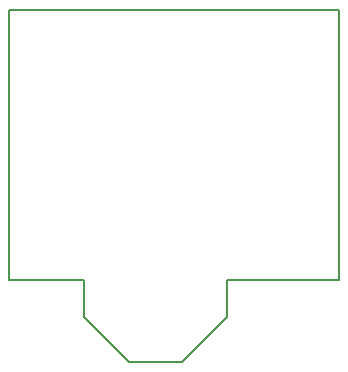
<source format=gm1>
G04 #@! TF.GenerationSoftware,KiCad,Pcbnew,(5.0.1-3-g963ef8bb5)*
G04 #@! TF.CreationDate,2018-11-22T11:30:25+08:00*
G04 #@! TF.ProjectId,nRF24-breakout,6E524632342D627265616B6F75742E6B,1.0*
G04 #@! TF.SameCoordinates,Original*
G04 #@! TF.FileFunction,Profile,NP*
%FSLAX46Y46*%
G04 Gerber Fmt 4.6, Leading zero omitted, Abs format (unit mm)*
G04 Created by KiCad (PCBNEW (5.0.1-3-g963ef8bb5)) date 2018 November 22, Thursday 11:30:25*
%MOMM*%
%LPD*%
G01*
G04 APERTURE LIST*
%ADD10C,0.150000*%
G04 APERTURE END LIST*
D10*
X163195000Y-109220000D02*
X172720000Y-109220000D01*
X163195000Y-112395000D02*
X163195000Y-109220000D01*
X159385000Y-116205000D02*
X163195000Y-112395000D01*
X154940000Y-116205000D02*
X159385000Y-116205000D01*
X153670000Y-114935000D02*
X154940000Y-116205000D01*
X151130000Y-112395000D02*
X153670000Y-114935000D01*
X151130000Y-109220000D02*
X151130000Y-112395000D01*
X144780000Y-109220000D02*
X151130000Y-109220000D01*
X172720000Y-109220000D02*
X172720000Y-86360000D01*
X144780000Y-86360000D02*
X144780000Y-109220000D01*
X172720000Y-86360000D02*
X144780000Y-86360000D01*
M02*

</source>
